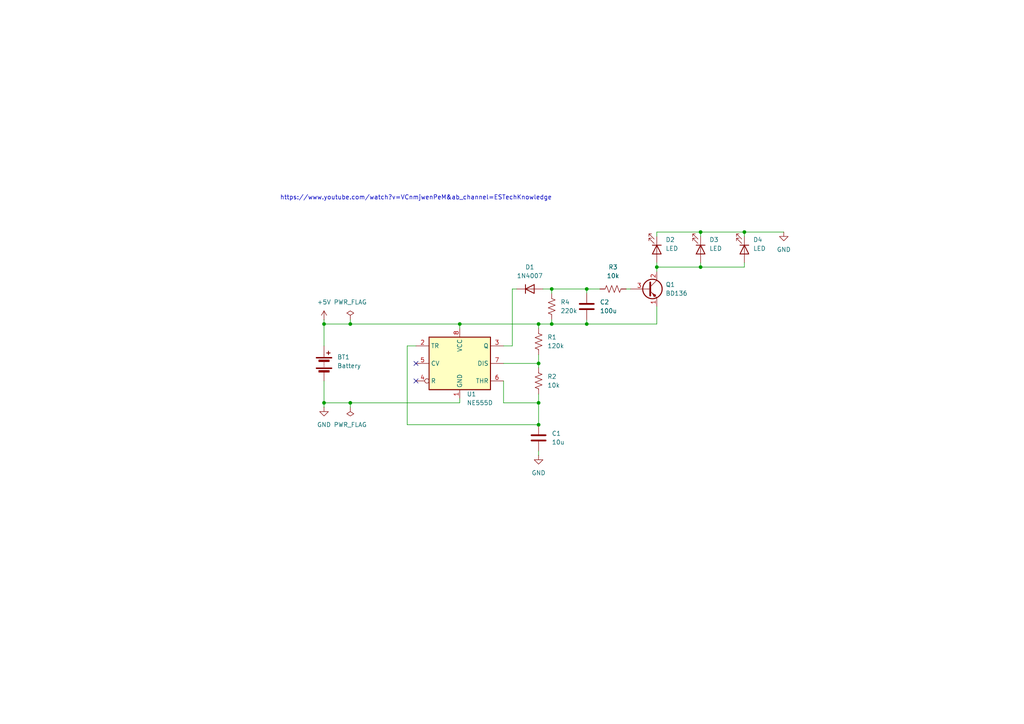
<source format=kicad_sch>
(kicad_sch (version 20231120) (generator "eeschema") (generator_version "8.0")
  (paper "A4")
  (title_block (title "HeartLED") (date "2024-06-08") (rev "1") (company "Lymbo Gadgets"))
  (lib_symbols
    (symbol "Device:Battery" (pin_numbers hide) (pin_names (offset 0) hide)
      (property "Reference" "BT" (at 2.54 2.54 0))
      (property "Value" "Battery" (at 2.54 0 0))
      (symbol "Battery_0_1"
        (rectangle (start -2.286 -1.27) (end 2.286 -1.524) (fill (type outline)))
        (rectangle (start -2.286 1.778) (end 2.286 1.524) (fill (type outline)))
        (rectangle (start -1.524 -2.032) (end 1.524 -2.54) (fill (type outline)))
        (rectangle (start -1.524 1.016) (end 1.524 0.508) (fill (type outline)))
        (polyline (pts (xy 0 -1.016) (xy 0 -0.762)))
        (polyline (pts (xy 0 -0.508) (xy 0 -0.254)))
        (polyline (pts (xy 0 0) (xy 0 0.254)))
        (polyline (pts (xy 0 1.778) (xy 0 2.54)))
        (polyline (pts (xy 0.762 3.048) (xy 1.778 3.048)) (stroke (width 0.254)))
        (polyline (pts (xy 1.27 3.556) (xy 1.27 2.54)) (stroke (width 0.254)))
      )
      (symbol "Battery_1_1"
        (pin passive line (at 0 5.08 270) (length 2.54) (name "+") (number "1"))
        (pin passive line (at 0 -5.08 90) (length 2.54) (name "-") (number "2"))
      )
    )
    (symbol "Device:C" (pin_numbers hide) (pin_names (offset 0.254))
      (property "Reference" "C" (at 0.635 2.54 0))
      (property "Value" "C" (at 0.635 -2.54 0))
      (symbol "C_0_1"
        (polyline (pts (xy -2.032 -0.762) (xy 2.032 -0.762)) (stroke (width 0.508)))
        (polyline (pts (xy -2.032 0.762) (xy 2.032 0.762)) (stroke (width 0.508)))
      )
      (symbol "C_1_1"
        (pin passive line (at 0 3.81 270) (length 2.794) (name "~") (number "1"))
        (pin passive line (at 0 -3.81 90) (length 2.794) (name "~") (number "2"))
      )
    )
    (symbol "Device:LED" (pin_numbers hide) (pin_names (offset 1.016) hide)
      (property "Reference" "D" (at 0 2.54 0))
      (property "Value" "LED" (at 0 -2.54 0))
      (symbol "LED_0_1"
        (polyline (pts (xy -1.27 -1.27) (xy -1.27 1.27)) (stroke (width 0.254)))
        (polyline (pts (xy -1.27 0) (xy 1.27 0)))
        (polyline (pts (xy 1.27 -1.27) (xy 1.27 1.27) (xy -1.27 0) (xy 1.27 -1.27)) (stroke (width 0.254)))
        (polyline (pts (xy -3.048 -0.762) (xy -4.572 -2.286) (xy -3.81 -2.286) (xy -4.572 -2.286) (xy -4.572 -1.524)))
        (polyline (pts (xy -1.778 -0.762) (xy -3.302 -2.286) (xy -2.54 -2.286) (xy -3.302 -2.286) (xy -3.302 -1.524)))
      )
      (symbol "LED_1_1"
        (pin passive line (at -3.81 0 0) (length 2.54) (name "K") (number "1"))
        (pin passive line (at 3.81 0 180) (length 2.54) (name "A") (number "2"))
      )
    )
    (symbol "Device:R_US" (pin_numbers hide) (pin_names (offset 0))
      (property "Reference" "R" (at 2.54 0 90))
      (property "Value" "R_US" (at -2.54 0 90))
      (symbol "R_US_0_1"
        (polyline (pts (xy 0 -2.286) (xy 0 -2.54)))
        (polyline (pts (xy 0 2.286) (xy 0 2.54)))
        (polyline (pts (xy 0 -0.762) (xy 1.016 -1.143) (xy 0 -1.524) (xy -1.016 -1.905) (xy 0 -2.286)))
        (polyline (pts (xy 0 0.762) (xy 1.016 0.381) (xy 0 0) (xy -1.016 -0.381) (xy 0 -0.762)))
        (polyline (pts (xy 0 2.286) (xy 1.016 1.905) (xy 0 1.524) (xy -1.016 1.143) (xy 0 0.762)))
      )
      (symbol "R_US_1_1"
        (pin passive line (at 0 3.81 270) (length 1.27) (name "~") (number "1"))
        (pin passive line (at 0 -3.81 90) (length 1.27) (name "~") (number "2"))
      )
    )
    (symbol "Diode:1N4007" (pin_numbers hide) (pin_names hide)
      (property "Reference" "D" (at 0 2.54 0))
      (property "Value" "1N4007" (at 0 -2.54 0))
      (symbol "1N4007_0_1"
        (polyline (pts (xy -1.27 1.27) (xy -1.27 -1.27)) (stroke (width 0.254)))
        (polyline (pts (xy 1.27 0) (xy -1.27 0)))
        (polyline (pts (xy 1.27 1.27) (xy 1.27 -1.27) (xy -1.27 0) (xy 1.27 1.27)) (stroke (width 0.254)))
      )
      (symbol "1N4007_1_1"
        (pin passive line (at -3.81 0 0) (length 2.54) (name "K") (number "1"))
        (pin passive line (at 3.81 0 180) (length 2.54) (name "A") (number "2"))
      )
    )
    (symbol "Timer:NE555D"
      (property "Reference" "U" (at -10.16 8.89 0))
      (property "Value" "NE555D" (at 2.54 8.89 0))
      (symbol "NE555D_0_0"
        (pin power_in line (at 0 -10.16 90) (length 2.54) (name "GND") (number "1"))
        (pin power_in line (at 0 10.16 270) (length 2.54) (name "VCC") (number "8"))
      )
      (symbol "NE555D_0_1"
        (rectangle (start -8.89 -7.62) (end 8.89 7.62) (stroke (width 0.254)) (fill (type background)))
        (rectangle (start -8.89 -7.62) (end 8.89 7.62) (stroke (width 0.254)) (fill (type background)))
      )
      (symbol "NE555D_1_1"
        (pin input line (at -12.7 5.08 0) (length 3.81) (name "TR") (number "2"))
        (pin output line (at 12.7 5.08 180) (length 3.81) (name "Q") (number "3"))
        (pin input inverted (at -12.7 -5.08 0) (length 3.81) (name "R") (number "4"))
        (pin input line (at -12.7 0 0) (length 3.81) (name "CV") (number "5"))
        (pin input line (at 12.7 -5.08 180) (length 3.81) (name "THR") (number "6"))
        (pin input line (at 12.7 0 180) (length 3.81) (name "DIS") (number "7"))
      )
    )
    (symbol "Transistor_BJT:BD136" (pin_names (offset 0) hide)
      (property "Reference" "Q" (at 5.08 1.905 0))
      (property "Value" "BD136" (at 5.08 0 0))
      (symbol "BD136_0_1"
        (polyline (pts (xy 0 0) (xy 0.635 0)))
        (polyline (pts (xy 2.54 -2.54) (xy 0.635 -0.635)))
        (polyline (pts (xy 2.54 2.54) (xy 0.635 0.635)))
        (polyline (pts (xy 0.635 1.905) (xy 0.635 -1.905) (xy 0.635 -1.905)) (stroke (width 0.508)) (fill (type outline)))
        (polyline (pts (xy 1.778 -2.286) (xy 2.286 -1.778) (xy 1.27 -1.27) (xy 1.778 -2.286) (xy 1.778 -2.286)) (fill (type outline)))
        (circle (center 1.27 0) (radius 2.8194) (stroke (width 0.3048)))
      )
      (symbol "BD136_1_1"
        (pin passive line (at 2.54 -5.08 90) (length 2.54) (name "E") (number "1"))
        (pin passive line (at 2.54 5.08 270) (length 2.54) (name "C") (number "2"))
        (pin input line (at -5.08 0 0) (length 5.08) (name "B") (number "3"))
      )
    )
    (symbol "power:+5V" (power) (pin_numbers hide) (pin_names (offset 0) hide)
      (property "Value" "+5V" (at 0 3.556 0))
      (symbol "+5V_0_1"
        (polyline (pts (xy -0.762 1.27) (xy 0 2.54)))
        (polyline (pts (xy 0 0) (xy 0 2.54)))
        (polyline (pts (xy 0 2.54) (xy 0.762 1.27)))
      )
      (symbol "+5V_1_1"
        (pin power_in line (at 0 0 90) (length 0) (name "~") (number "1"))
      )
    )
    (symbol "power:GND" (power) (pin_numbers hide) (pin_names (offset 0) hide)
      (property "Value" "GND" (at 0 -3.81 0))
      (symbol "GND_0_1"
        (polyline (pts (xy 0 0) (xy 0 -1.27) (xy 1.27 -1.27) (xy 0 -2.54) (xy -1.27 -1.27) (xy 0 -1.27)))
      )
      (symbol "GND_1_1"
        (pin power_in line (at 0 0 270) (length 0) (name "~") (number "1"))
      )
    )
    (symbol "power:PWR_FLAG" (power) (pin_numbers hide) (pin_names (offset 0) hide)
      (property "Value" "PWR_FLAG" (at 0 3.81 0))
      (symbol "PWR_FLAG_0_0"
        (pin power_out line (at 0 0 90) (length 0) (name "~") (number "1"))
      )
      (symbol "PWR_FLAG_0_1"
        (polyline (pts (xy 0 0) (xy 0 1.27) (xy -1.016 1.905) (xy 0 2.54) (xy 1.016 1.905) (xy 0 1.27)))
      )
    )
  )
  (junction (at 215.9 67.31))
  (junction (at 156.21 116.84))
  (junction (at 133.35 93.98))
  (junction (at 156.21 105.41))
  (junction (at 170.18 93.98))
  (junction (at 156.21 123.19))
  (junction (at 101.6 93.98))
  (junction (at 93.98 116.84))
  (junction (at 93.98 93.98))
  (junction (at 203.2 77.47))
  (junction (at 190.5 77.47))
  (junction (at 203.2 67.31))
  (junction (at 101.6 116.84))
  (junction (at 170.18 83.82))
  (junction (at 160.02 93.98))
  (junction (at 160.02 83.82))
  (junction (at 156.21 93.98))
  (no_connect (at 120.65 110.49))
  (no_connect (at 120.65 105.41))
  (wire (pts (xy 148.59 83.82) (xy 149.86 83.82)))
  (wire (pts (xy 156.21 130.81) (xy 156.21 132.08)))
  (wire (pts (xy 133.35 93.98) (xy 101.6 93.98)))
  (wire (pts (xy 93.98 93.98) (xy 93.98 100.33)))
  (wire (pts (xy 190.5 77.47) (xy 203.2 77.47)))
  (wire (pts (xy 156.21 102.87) (xy 156.21 105.41)))
  (wire (pts (xy 190.5 67.31) (xy 190.5 68.58)))
  (wire (pts (xy 203.2 77.47) (xy 215.9 77.47)))
  (wire (pts (xy 146.05 105.41) (xy 156.21 105.41)))
  (wire (pts (xy 120.65 100.33) (xy 118.11 100.33)))
  (wire (pts (xy 190.5 76.2) (xy 190.5 77.47)))
  (wire (pts (xy 157.48 83.82) (xy 160.02 83.82)))
  (wire (pts (xy 146.05 100.33) (xy 148.59 100.33)))
  (wire (pts (xy 156.21 95.25) (xy 156.21 93.98)))
  (wire (pts (xy 133.35 115.57) (xy 133.35 116.84)))
  (wire (pts (xy 133.35 116.84) (xy 101.6 116.84)))
  (wire (pts (xy 133.35 95.25) (xy 133.35 93.98)))
  (wire (pts (xy 93.98 116.84) (xy 93.98 110.49)))
  (wire (pts (xy 148.59 100.33) (xy 148.59 83.82)))
  (wire (pts (xy 181.61 83.82) (xy 182.88 83.82)))
  (wire (pts (xy 190.5 77.47) (xy 190.5 78.74)))
  (wire (pts (xy 133.35 93.98) (xy 156.21 93.98)))
  (wire (pts (xy 190.5 67.31) (xy 203.2 67.31)))
  (wire (pts (xy 101.6 116.84) (xy 101.6 118.11)))
  (wire (pts (xy 203.2 76.2) (xy 203.2 77.47)))
  (wire (pts (xy 160.02 93.98) (xy 160.02 92.71)))
  (wire (pts (xy 215.9 67.31) (xy 227.33 67.31)))
  (wire (pts (xy 118.11 123.19) (xy 156.21 123.19)))
  (wire (pts (xy 101.6 92.71) (xy 101.6 93.98)))
  (wire (pts (xy 101.6 93.98) (xy 93.98 93.98)))
  (wire (pts (xy 101.6 116.84) (xy 93.98 116.84)))
  (wire (pts (xy 156.21 114.3) (xy 156.21 116.84)))
  (wire (pts (xy 215.9 67.31) (xy 215.9 68.58)))
  (wire (pts (xy 170.18 83.82) (xy 173.99 83.82)))
  (wire (pts (xy 156.21 116.84) (xy 146.05 116.84)))
  (wire (pts (xy 156.21 105.41) (xy 156.21 106.68)))
  (wire (pts (xy 93.98 116.84) (xy 93.98 118.11)))
  (wire (pts (xy 93.98 92.71) (xy 93.98 93.98)))
  (wire (pts (xy 160.02 83.82) (xy 160.02 85.09)))
  (wire (pts (xy 215.9 76.2) (xy 215.9 77.47)))
  (wire (pts (xy 156.21 123.19) (xy 156.21 116.84)))
  (wire (pts (xy 190.5 93.98) (xy 170.18 93.98)))
  (wire (pts (xy 160.02 83.82) (xy 170.18 83.82)))
  (wire (pts (xy 203.2 67.31) (xy 215.9 67.31)))
  (wire (pts (xy 156.21 93.98) (xy 160.02 93.98)))
  (wire (pts (xy 146.05 110.49) (xy 146.05 116.84)))
  (wire (pts (xy 160.02 93.98) (xy 170.18 93.98)))
  (wire (pts (xy 170.18 92.71) (xy 170.18 93.98)))
  (wire (pts (xy 170.18 85.09) (xy 170.18 83.82)))
  (wire (pts (xy 203.2 67.31) (xy 203.2 68.58)))
  (wire (pts (xy 118.11 100.33) (xy 118.11 123.19)))
  (wire (pts (xy 190.5 88.9) (xy 190.5 93.98)))
  (text "https://www.youtube.com/watch?v=VCnmjwenPeM&ab_channel=ESTechKnowledge" (at 120.65 57.404 0) (effects (font (size 1.27 1.27))))
  (symbol (lib_id "power:+5V") (at 93.98 92.71 0) (unit 1)
    (property "Reference" "#PWR01" (effects (hide yes)))
    (property "Value" "+5V" (at 93.98 87.63 0))
    (property "Description" "Power symbol creates a global label with name \"+5V\"" (effects (hide yes)))
  )
  (symbol (lib_id "Device:LED") (at 215.9 72.39 270) (unit 1)
    (property "Reference" "D4" (at 218.44 69.5324 90) (effects (justify left)))
    (property "Value" "LED" (at 218.44 72.0724 90) (effects (justify left)))
    (property "Footprint" "LED_THT:LED_D5.0mm_FlatTop" (effects (hide yes)))
    (property "Description" "Light emitting diode" (effects (hide yes)))
  )
  (symbol (lib_id "Device:LED") (at 203.2 72.39 270) (unit 1)
    (property "Reference" "D3" (at 205.74 69.5324 90) (effects (justify left)))
    (property "Value" "LED" (at 205.74 72.0724 90) (effects (justify left)))
    (property "Footprint" "LED_THT:LED_D5.0mm_FlatTop" (effects (hide yes)))
    (property "Description" "Light emitting diode" (effects (hide yes)))
  )
  (symbol (lib_id "power:PWR_FLAG") (at 101.6 92.71 0) (unit 1)
    (property "Reference" "#FLG01" (effects (hide yes)))
    (property "Value" "PWR_FLAG" (at 101.6 87.63 0))
    (property "Description" "Special symbol for telling ERC where power comes from" (effects (hide yes)))
  )
  (symbol (lib_id "Device:LED") (at 190.5 72.39 270) (unit 1)
    (property "Reference" "D2" (at 193.04 69.5324 90) (effects (justify left)))
    (property "Value" "LED" (at 193.04 72.0724 90) (effects (justify left)))
    (property "Footprint" "LED_THT:LED_D5.0mm_FlatTop" (effects (hide yes)))
    (property "Description" "Light emitting diode" (effects (hide yes)))
  )
  (symbol (lib_id "power:PWR_FLAG") (at 101.6 118.11 180) (unit 1)
    (property "Reference" "#FLG02" (effects (hide yes)))
    (property "Value" "PWR_FLAG" (at 101.6 123.19 0))
    (property "Description" "Special symbol for telling ERC where power comes from" (effects (hide yes)))
  )
  (symbol (lib_id "power:GND") (at 156.21 132.08 0) (unit 1)
    (property "Reference" "#PWR03" (effects (hide yes)))
    (property "Value" "GND" (at 156.21 137.16 0))
    (property "Description" "Power symbol creates a global label with name \"GND\" , ground" (effects (hide yes)))
  )
  (symbol (lib_id "Device:R_US") (at 177.8 83.82 90) (unit 1)
    (property "Reference" "R3" (at 177.8 77.47 90))
    (property "Value" "10k" (at 177.8 80.01 90))
    (property "Footprint" "Resistor_SMD:R_0603_1608Metric_Pad0.98x0.95mm_HandSolder" (effects (hide yes)))
    (property "Description" "Resistor, US symbol" (effects (hide yes)))
  )
  (symbol (lib_id "Transistor_BJT:BD136") (at 187.96 83.82 0) (unit 1)
    (property "Reference" "Q1" (at 193.04 82.5499 0) (effects (justify left)))
    (property "Value" "BD136" (at 193.04 85.0899 0) (effects (justify left)))
    (property "Footprint" "Package_TO_SOT_THT:TO-126-3_Vertical" (effects (hide yes)))
    (property "Datasheet" "http://www.st.com/internet/com/TECHNICAL_RESOURCES/TECHNICAL_LITERATURE/DATASHEET/CD00001225.pdf" (effects (hide yes)))
    (property "Description" "1.5A Ic, 45V Vce, Low Voltage Transistor, TO-126" (effects (hide yes)))
  )
  (symbol (lib_id "Device:R_US") (at 156.21 110.49 0) (unit 1)
    (property "Reference" "R2" (at 158.75 109.2199 0) (effects (justify left)))
    (property "Value" "10k" (at 158.75 111.7599 0) (effects (justify left)))
    (property "Footprint" "Resistor_SMD:R_0603_1608Metric_Pad0.98x0.95mm_HandSolder" (effects (hide yes)))
    (property "Description" "Resistor, US symbol" (effects (hide yes)))
  )
  (symbol (lib_id "Device:R_US") (at 156.21 99.06 0) (unit 1)
    (property "Reference" "R1" (at 158.75 97.7899 0) (effects (justify left)))
    (property "Value" "120k" (at 158.75 100.3299 0) (effects (justify left)))
    (property "Footprint" "Resistor_SMD:R_0603_1608Metric_Pad0.98x0.95mm_HandSolder" (effects (hide yes)))
    (property "Description" "Resistor, US symbol" (effects (hide yes)))
  )
  (symbol (lib_id "Device:C") (at 170.18 88.9 180) (unit 1)
    (property "Reference" "C2" (at 173.99 87.6299 0) (effects (justify right)))
    (property "Value" "100u" (at 173.99 90.1699 0) (effects (justify right)))
    (property "Footprint" "Capacitor_SMD:C_0603_1608Metric_Pad1.08x0.95mm_HandSolder" (effects (hide yes)))
    (property "Description" "Unpolarized capacitor" (effects (hide yes)))
  )
  (symbol (lib_id "power:GND") (at 93.98 118.11 0) (unit 1)
    (property "Reference" "#PWR02" (effects (hide yes)))
    (property "Value" "GND" (at 93.98 123.19 0))
    (property "Description" "Power symbol creates a global label with name \"GND\" , ground" (effects (hide yes)))
  )
  (symbol (lib_id "Diode:1N4007") (at 153.67 83.82 0) (unit 1)
    (property "Reference" "D1" (at 153.67 77.47 0))
    (property "Value" "1N4007" (at 153.67 80.01 0))
    (property "Footprint" "Diode_THT:D_DO-41_SOD81_P10.16mm_Horizontal" (effects (hide yes)))
    (property "Datasheet" "http://www.vishay.com/docs/88503/1n4001.pdf" (effects (hide yes)))
    (property "Description" "1000V 1A General Purpose Rectifier Diode, DO-41" (effects (hide yes)))
    (property "Sim.Device" "D" (effects (hide yes)))
    (property "Sim.Pins" "1=K 2=A" (effects (hide yes)))
  )
  (symbol (lib_id "Device:Battery") (at 93.98 105.41 0) (unit 1)
    (property "Reference" "BT1" (at 97.79 103.5684 0) (effects (justify left)))
    (property "Value" "Battery" (at 97.79 106.1084 0) (effects (justify left)))
    (property "Footprint" "heart:2479PCB_37P49X52P63_KEY" (effects (hide yes)))
    (property "Description" "Multiple-cell battery" (effects (hide yes)))
  )
  (symbol (lib_id "power:GND") (at 227.33 67.31 0) (unit 1)
    (property "Reference" "#PWR04" (effects (hide yes)))
    (property "Value" "GND" (at 227.33 72.39 0))
    (property "Description" "Power symbol creates a global label with name \"GND\" , ground" (effects (hide yes)))
  )
  (symbol (lib_id "Device:C") (at 156.21 127 180) (unit 1)
    (property "Reference" "C1" (at 160.02 125.7299 0) (effects (justify right)))
    (property "Value" "10u" (at 160.02 128.2699 0) (effects (justify right)))
    (property "Footprint" "Capacitor_SMD:C_0603_1608Metric_Pad1.08x0.95mm_HandSolder" (effects (hide yes)))
    (property "Description" "Unpolarized capacitor" (effects (hide yes)))
  )
  (symbol (lib_id "Device:R_US") (at 160.02 88.9 0) (unit 1)
    (property "Reference" "R4" (at 162.56 87.6299 0) (effects (justify left)))
    (property "Value" "220k" (at 162.56 90.1699 0) (effects (justify left)))
    (property "Footprint" "Resistor_SMD:R_0603_1608Metric_Pad0.98x0.95mm_HandSolder" (effects (hide yes)))
    (property "Description" "Resistor, US symbol" (effects (hide yes)))
  )
  (symbol (lib_id "Timer:NE555D") (at 133.35 105.41 0) (unit 1)
    (property "Reference" "U1" (at 135.382 114.3 0) (effects (justify left)))
    (property "Value" "NE555D" (at 135.382 116.84 0) (effects (justify left)))
    (property "Footprint" "Package_SO:SOIC-8_3.9x4.9mm_P1.27mm" (effects (hide yes)))
    (property "Datasheet" "http://www.ti.com/lit/ds/symlink/ne555.pdf" (effects (hide yes)))
    (property "Description" "Precision Timers, 555 compatible, SOIC-8" (effects (hide yes)))
  )
)
</source>
